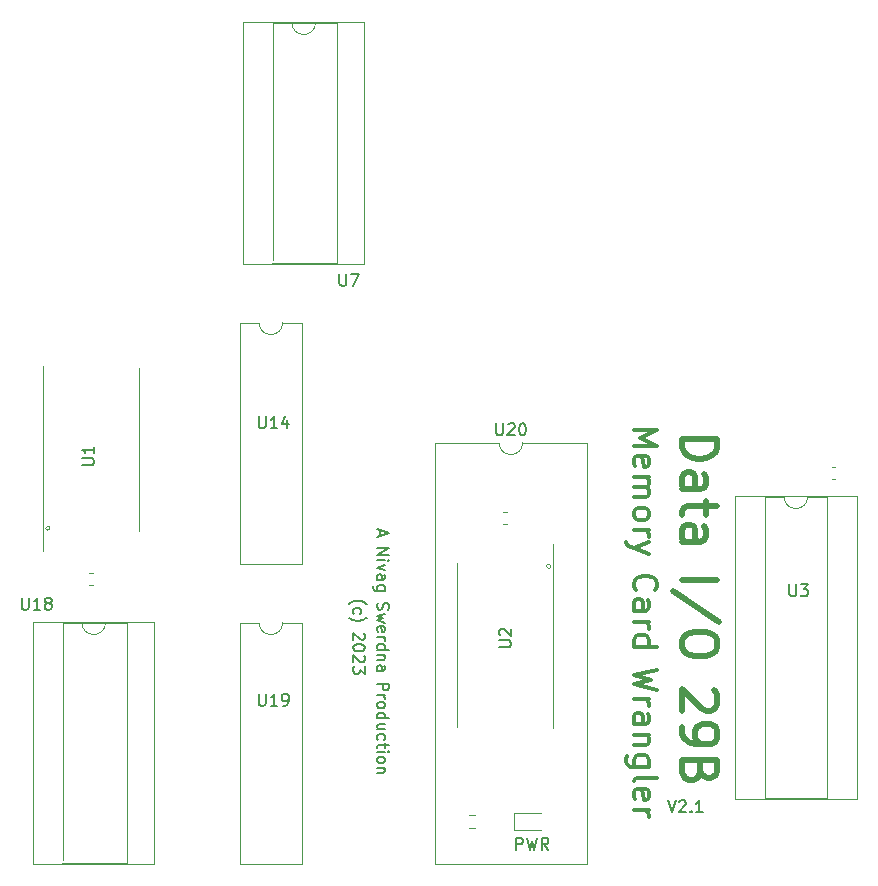
<source format=gbr>
%TF.GenerationSoftware,KiCad,Pcbnew,(7.0.0)*%
%TF.CreationDate,2023-08-04T18:21:46+01:00*%
%TF.ProjectId,DataIOROM,44617461-494f-4524-9f4d-2e6b69636164,rev?*%
%TF.SameCoordinates,Original*%
%TF.FileFunction,Legend,Top*%
%TF.FilePolarity,Positive*%
%FSLAX46Y46*%
G04 Gerber Fmt 4.6, Leading zero omitted, Abs format (unit mm)*
G04 Created by KiCad (PCBNEW (7.0.0)) date 2023-08-04 18:21:46*
%MOMM*%
%LPD*%
G01*
G04 APERTURE LIST*
%ADD10C,0.200000*%
%ADD11C,0.300000*%
%ADD12C,0.500000*%
%ADD13C,0.150000*%
%ADD14C,0.120000*%
%ADD15C,0.100000*%
G04 APERTURE END LIST*
D10*
X173863191Y-120906380D02*
X174196524Y-121906380D01*
X174196524Y-121906380D02*
X174529857Y-120906380D01*
X174815572Y-121001619D02*
X174863191Y-120954000D01*
X174863191Y-120954000D02*
X174958429Y-120906380D01*
X174958429Y-120906380D02*
X175196524Y-120906380D01*
X175196524Y-120906380D02*
X175291762Y-120954000D01*
X175291762Y-120954000D02*
X175339381Y-121001619D01*
X175339381Y-121001619D02*
X175387000Y-121096857D01*
X175387000Y-121096857D02*
X175387000Y-121192095D01*
X175387000Y-121192095D02*
X175339381Y-121334952D01*
X175339381Y-121334952D02*
X174767953Y-121906380D01*
X174767953Y-121906380D02*
X175387000Y-121906380D01*
X175815572Y-121811142D02*
X175863191Y-121858761D01*
X175863191Y-121858761D02*
X175815572Y-121906380D01*
X175815572Y-121906380D02*
X175767953Y-121858761D01*
X175767953Y-121858761D02*
X175815572Y-121811142D01*
X175815572Y-121811142D02*
X175815572Y-121906380D01*
X176815571Y-121906380D02*
X176244143Y-121906380D01*
X176529857Y-121906380D02*
X176529857Y-120906380D01*
X176529857Y-120906380D02*
X176434619Y-121049238D01*
X176434619Y-121049238D02*
X176339381Y-121144476D01*
X176339381Y-121144476D02*
X176244143Y-121192095D01*
D11*
X170969238Y-89543380D02*
X172969238Y-89543380D01*
X172969238Y-89543380D02*
X171540666Y-90210047D01*
X171540666Y-90210047D02*
X172969238Y-90876713D01*
X172969238Y-90876713D02*
X170969238Y-90876713D01*
X171064476Y-92590999D02*
X170969238Y-92400523D01*
X170969238Y-92400523D02*
X170969238Y-92019570D01*
X170969238Y-92019570D02*
X171064476Y-91829094D01*
X171064476Y-91829094D02*
X171254952Y-91733856D01*
X171254952Y-91733856D02*
X172016857Y-91733856D01*
X172016857Y-91733856D02*
X172207333Y-91829094D01*
X172207333Y-91829094D02*
X172302571Y-92019570D01*
X172302571Y-92019570D02*
X172302571Y-92400523D01*
X172302571Y-92400523D02*
X172207333Y-92590999D01*
X172207333Y-92590999D02*
X172016857Y-92686237D01*
X172016857Y-92686237D02*
X171826380Y-92686237D01*
X171826380Y-92686237D02*
X171635904Y-91733856D01*
X170969238Y-93543380D02*
X172302571Y-93543380D01*
X172112095Y-93543380D02*
X172207333Y-93638618D01*
X172207333Y-93638618D02*
X172302571Y-93829094D01*
X172302571Y-93829094D02*
X172302571Y-94114809D01*
X172302571Y-94114809D02*
X172207333Y-94305285D01*
X172207333Y-94305285D02*
X172016857Y-94400523D01*
X172016857Y-94400523D02*
X170969238Y-94400523D01*
X172016857Y-94400523D02*
X172207333Y-94495761D01*
X172207333Y-94495761D02*
X172302571Y-94686237D01*
X172302571Y-94686237D02*
X172302571Y-94971951D01*
X172302571Y-94971951D02*
X172207333Y-95162428D01*
X172207333Y-95162428D02*
X172016857Y-95257666D01*
X172016857Y-95257666D02*
X170969238Y-95257666D01*
X170969238Y-96495761D02*
X171064476Y-96305285D01*
X171064476Y-96305285D02*
X171159714Y-96210047D01*
X171159714Y-96210047D02*
X171350190Y-96114809D01*
X171350190Y-96114809D02*
X171921619Y-96114809D01*
X171921619Y-96114809D02*
X172112095Y-96210047D01*
X172112095Y-96210047D02*
X172207333Y-96305285D01*
X172207333Y-96305285D02*
X172302571Y-96495761D01*
X172302571Y-96495761D02*
X172302571Y-96781476D01*
X172302571Y-96781476D02*
X172207333Y-96971952D01*
X172207333Y-96971952D02*
X172112095Y-97067190D01*
X172112095Y-97067190D02*
X171921619Y-97162428D01*
X171921619Y-97162428D02*
X171350190Y-97162428D01*
X171350190Y-97162428D02*
X171159714Y-97067190D01*
X171159714Y-97067190D02*
X171064476Y-96971952D01*
X171064476Y-96971952D02*
X170969238Y-96781476D01*
X170969238Y-96781476D02*
X170969238Y-96495761D01*
X170969238Y-98019571D02*
X172302571Y-98019571D01*
X171921619Y-98019571D02*
X172112095Y-98114809D01*
X172112095Y-98114809D02*
X172207333Y-98210047D01*
X172207333Y-98210047D02*
X172302571Y-98400523D01*
X172302571Y-98400523D02*
X172302571Y-98591000D01*
X172302571Y-99067190D02*
X170969238Y-99543380D01*
X172302571Y-100019571D02*
X170969238Y-99543380D01*
X170969238Y-99543380D02*
X170493047Y-99352904D01*
X170493047Y-99352904D02*
X170397809Y-99257666D01*
X170397809Y-99257666D02*
X170302571Y-99067190D01*
X171159714Y-103124333D02*
X171064476Y-103029095D01*
X171064476Y-103029095D02*
X170969238Y-102743381D01*
X170969238Y-102743381D02*
X170969238Y-102552905D01*
X170969238Y-102552905D02*
X171064476Y-102267190D01*
X171064476Y-102267190D02*
X171254952Y-102076714D01*
X171254952Y-102076714D02*
X171445428Y-101981476D01*
X171445428Y-101981476D02*
X171826380Y-101886238D01*
X171826380Y-101886238D02*
X172112095Y-101886238D01*
X172112095Y-101886238D02*
X172493047Y-101981476D01*
X172493047Y-101981476D02*
X172683523Y-102076714D01*
X172683523Y-102076714D02*
X172874000Y-102267190D01*
X172874000Y-102267190D02*
X172969238Y-102552905D01*
X172969238Y-102552905D02*
X172969238Y-102743381D01*
X172969238Y-102743381D02*
X172874000Y-103029095D01*
X172874000Y-103029095D02*
X172778761Y-103124333D01*
X170969238Y-104838619D02*
X172016857Y-104838619D01*
X172016857Y-104838619D02*
X172207333Y-104743381D01*
X172207333Y-104743381D02*
X172302571Y-104552905D01*
X172302571Y-104552905D02*
X172302571Y-104171952D01*
X172302571Y-104171952D02*
X172207333Y-103981476D01*
X171064476Y-104838619D02*
X170969238Y-104648143D01*
X170969238Y-104648143D02*
X170969238Y-104171952D01*
X170969238Y-104171952D02*
X171064476Y-103981476D01*
X171064476Y-103981476D02*
X171254952Y-103886238D01*
X171254952Y-103886238D02*
X171445428Y-103886238D01*
X171445428Y-103886238D02*
X171635904Y-103981476D01*
X171635904Y-103981476D02*
X171731142Y-104171952D01*
X171731142Y-104171952D02*
X171731142Y-104648143D01*
X171731142Y-104648143D02*
X171826380Y-104838619D01*
X170969238Y-105791000D02*
X172302571Y-105791000D01*
X171921619Y-105791000D02*
X172112095Y-105886238D01*
X172112095Y-105886238D02*
X172207333Y-105981476D01*
X172207333Y-105981476D02*
X172302571Y-106171952D01*
X172302571Y-106171952D02*
X172302571Y-106362429D01*
X170969238Y-107886238D02*
X172969238Y-107886238D01*
X171064476Y-107886238D02*
X170969238Y-107695762D01*
X170969238Y-107695762D02*
X170969238Y-107314809D01*
X170969238Y-107314809D02*
X171064476Y-107124333D01*
X171064476Y-107124333D02*
X171159714Y-107029095D01*
X171159714Y-107029095D02*
X171350190Y-106933857D01*
X171350190Y-106933857D02*
X171921619Y-106933857D01*
X171921619Y-106933857D02*
X172112095Y-107029095D01*
X172112095Y-107029095D02*
X172207333Y-107124333D01*
X172207333Y-107124333D02*
X172302571Y-107314809D01*
X172302571Y-107314809D02*
X172302571Y-107695762D01*
X172302571Y-107695762D02*
X172207333Y-107886238D01*
X172969238Y-109848143D02*
X170969238Y-110324333D01*
X170969238Y-110324333D02*
X172397809Y-110705286D01*
X172397809Y-110705286D02*
X170969238Y-111086238D01*
X170969238Y-111086238D02*
X172969238Y-111562429D01*
X170969238Y-112324333D02*
X172302571Y-112324333D01*
X171921619Y-112324333D02*
X172112095Y-112419571D01*
X172112095Y-112419571D02*
X172207333Y-112514809D01*
X172207333Y-112514809D02*
X172302571Y-112705285D01*
X172302571Y-112705285D02*
X172302571Y-112895762D01*
X170969238Y-114419571D02*
X172016857Y-114419571D01*
X172016857Y-114419571D02*
X172207333Y-114324333D01*
X172207333Y-114324333D02*
X172302571Y-114133857D01*
X172302571Y-114133857D02*
X172302571Y-113752904D01*
X172302571Y-113752904D02*
X172207333Y-113562428D01*
X171064476Y-114419571D02*
X170969238Y-114229095D01*
X170969238Y-114229095D02*
X170969238Y-113752904D01*
X170969238Y-113752904D02*
X171064476Y-113562428D01*
X171064476Y-113562428D02*
X171254952Y-113467190D01*
X171254952Y-113467190D02*
X171445428Y-113467190D01*
X171445428Y-113467190D02*
X171635904Y-113562428D01*
X171635904Y-113562428D02*
X171731142Y-113752904D01*
X171731142Y-113752904D02*
X171731142Y-114229095D01*
X171731142Y-114229095D02*
X171826380Y-114419571D01*
X172302571Y-115371952D02*
X170969238Y-115371952D01*
X172112095Y-115371952D02*
X172207333Y-115467190D01*
X172207333Y-115467190D02*
X172302571Y-115657666D01*
X172302571Y-115657666D02*
X172302571Y-115943381D01*
X172302571Y-115943381D02*
X172207333Y-116133857D01*
X172207333Y-116133857D02*
X172016857Y-116229095D01*
X172016857Y-116229095D02*
X170969238Y-116229095D01*
X172302571Y-118038619D02*
X170683523Y-118038619D01*
X170683523Y-118038619D02*
X170493047Y-117943381D01*
X170493047Y-117943381D02*
X170397809Y-117848143D01*
X170397809Y-117848143D02*
X170302571Y-117657666D01*
X170302571Y-117657666D02*
X170302571Y-117371952D01*
X170302571Y-117371952D02*
X170397809Y-117181476D01*
X171064476Y-118038619D02*
X170969238Y-117848143D01*
X170969238Y-117848143D02*
X170969238Y-117467190D01*
X170969238Y-117467190D02*
X171064476Y-117276714D01*
X171064476Y-117276714D02*
X171159714Y-117181476D01*
X171159714Y-117181476D02*
X171350190Y-117086238D01*
X171350190Y-117086238D02*
X171921619Y-117086238D01*
X171921619Y-117086238D02*
X172112095Y-117181476D01*
X172112095Y-117181476D02*
X172207333Y-117276714D01*
X172207333Y-117276714D02*
X172302571Y-117467190D01*
X172302571Y-117467190D02*
X172302571Y-117848143D01*
X172302571Y-117848143D02*
X172207333Y-118038619D01*
X170969238Y-119276714D02*
X171064476Y-119086238D01*
X171064476Y-119086238D02*
X171254952Y-118991000D01*
X171254952Y-118991000D02*
X172969238Y-118991000D01*
X171064476Y-120800524D02*
X170969238Y-120610048D01*
X170969238Y-120610048D02*
X170969238Y-120229095D01*
X170969238Y-120229095D02*
X171064476Y-120038619D01*
X171064476Y-120038619D02*
X171254952Y-119943381D01*
X171254952Y-119943381D02*
X172016857Y-119943381D01*
X172016857Y-119943381D02*
X172207333Y-120038619D01*
X172207333Y-120038619D02*
X172302571Y-120229095D01*
X172302571Y-120229095D02*
X172302571Y-120610048D01*
X172302571Y-120610048D02*
X172207333Y-120800524D01*
X172207333Y-120800524D02*
X172016857Y-120895762D01*
X172016857Y-120895762D02*
X171826380Y-120895762D01*
X171826380Y-120895762D02*
X171635904Y-119943381D01*
X170969238Y-121752905D02*
X172302571Y-121752905D01*
X171921619Y-121752905D02*
X172112095Y-121848143D01*
X172112095Y-121848143D02*
X172207333Y-121943381D01*
X172207333Y-121943381D02*
X172302571Y-122133857D01*
X172302571Y-122133857D02*
X172302571Y-122324334D01*
D12*
X175046857Y-90276571D02*
X178046857Y-90276571D01*
X178046857Y-90276571D02*
X178046857Y-90990857D01*
X178046857Y-90990857D02*
X177904000Y-91419428D01*
X177904000Y-91419428D02*
X177618285Y-91705143D01*
X177618285Y-91705143D02*
X177332571Y-91848000D01*
X177332571Y-91848000D02*
X176761142Y-91990857D01*
X176761142Y-91990857D02*
X176332571Y-91990857D01*
X176332571Y-91990857D02*
X175761142Y-91848000D01*
X175761142Y-91848000D02*
X175475428Y-91705143D01*
X175475428Y-91705143D02*
X175189714Y-91419428D01*
X175189714Y-91419428D02*
X175046857Y-90990857D01*
X175046857Y-90990857D02*
X175046857Y-90276571D01*
X175046857Y-94562286D02*
X176618285Y-94562286D01*
X176618285Y-94562286D02*
X176904000Y-94419428D01*
X176904000Y-94419428D02*
X177046857Y-94133714D01*
X177046857Y-94133714D02*
X177046857Y-93562286D01*
X177046857Y-93562286D02*
X176904000Y-93276571D01*
X175189714Y-94562286D02*
X175046857Y-94276571D01*
X175046857Y-94276571D02*
X175046857Y-93562286D01*
X175046857Y-93562286D02*
X175189714Y-93276571D01*
X175189714Y-93276571D02*
X175475428Y-93133714D01*
X175475428Y-93133714D02*
X175761142Y-93133714D01*
X175761142Y-93133714D02*
X176046857Y-93276571D01*
X176046857Y-93276571D02*
X176189714Y-93562286D01*
X176189714Y-93562286D02*
X176189714Y-94276571D01*
X176189714Y-94276571D02*
X176332571Y-94562286D01*
X177046857Y-95562286D02*
X177046857Y-96705143D01*
X178046857Y-95990857D02*
X175475428Y-95990857D01*
X175475428Y-95990857D02*
X175189714Y-96133714D01*
X175189714Y-96133714D02*
X175046857Y-96419429D01*
X175046857Y-96419429D02*
X175046857Y-96705143D01*
X175046857Y-98990858D02*
X176618285Y-98990858D01*
X176618285Y-98990858D02*
X176904000Y-98848000D01*
X176904000Y-98848000D02*
X177046857Y-98562286D01*
X177046857Y-98562286D02*
X177046857Y-97990858D01*
X177046857Y-97990858D02*
X176904000Y-97705143D01*
X175189714Y-98990858D02*
X175046857Y-98705143D01*
X175046857Y-98705143D02*
X175046857Y-97990858D01*
X175046857Y-97990858D02*
X175189714Y-97705143D01*
X175189714Y-97705143D02*
X175475428Y-97562286D01*
X175475428Y-97562286D02*
X175761142Y-97562286D01*
X175761142Y-97562286D02*
X176046857Y-97705143D01*
X176046857Y-97705143D02*
X176189714Y-97990858D01*
X176189714Y-97990858D02*
X176189714Y-98705143D01*
X176189714Y-98705143D02*
X176332571Y-98990858D01*
X175046857Y-102219429D02*
X178046857Y-102219429D01*
X178189714Y-105790857D02*
X174332571Y-103219429D01*
X178046857Y-107362286D02*
X178046857Y-107933714D01*
X178046857Y-107933714D02*
X177904000Y-108219429D01*
X177904000Y-108219429D02*
X177618285Y-108505143D01*
X177618285Y-108505143D02*
X177046857Y-108648000D01*
X177046857Y-108648000D02*
X176046857Y-108648000D01*
X176046857Y-108648000D02*
X175475428Y-108505143D01*
X175475428Y-108505143D02*
X175189714Y-108219429D01*
X175189714Y-108219429D02*
X175046857Y-107933714D01*
X175046857Y-107933714D02*
X175046857Y-107362286D01*
X175046857Y-107362286D02*
X175189714Y-107076572D01*
X175189714Y-107076572D02*
X175475428Y-106790857D01*
X175475428Y-106790857D02*
X176046857Y-106648000D01*
X176046857Y-106648000D02*
X177046857Y-106648000D01*
X177046857Y-106648000D02*
X177618285Y-106790857D01*
X177618285Y-106790857D02*
X177904000Y-107076572D01*
X177904000Y-107076572D02*
X178046857Y-107362286D01*
X177761142Y-111590857D02*
X177904000Y-111733714D01*
X177904000Y-111733714D02*
X178046857Y-112019429D01*
X178046857Y-112019429D02*
X178046857Y-112733714D01*
X178046857Y-112733714D02*
X177904000Y-113019429D01*
X177904000Y-113019429D02*
X177761142Y-113162286D01*
X177761142Y-113162286D02*
X177475428Y-113305143D01*
X177475428Y-113305143D02*
X177189714Y-113305143D01*
X177189714Y-113305143D02*
X176761142Y-113162286D01*
X176761142Y-113162286D02*
X175046857Y-111448000D01*
X175046857Y-111448000D02*
X175046857Y-113305143D01*
X175046857Y-114733714D02*
X175046857Y-115305143D01*
X175046857Y-115305143D02*
X175189714Y-115590857D01*
X175189714Y-115590857D02*
X175332571Y-115733714D01*
X175332571Y-115733714D02*
X175761142Y-116019429D01*
X175761142Y-116019429D02*
X176332571Y-116162286D01*
X176332571Y-116162286D02*
X177475428Y-116162286D01*
X177475428Y-116162286D02*
X177761142Y-116019429D01*
X177761142Y-116019429D02*
X177904000Y-115876572D01*
X177904000Y-115876572D02*
X178046857Y-115590857D01*
X178046857Y-115590857D02*
X178046857Y-115019429D01*
X178046857Y-115019429D02*
X177904000Y-114733714D01*
X177904000Y-114733714D02*
X177761142Y-114590857D01*
X177761142Y-114590857D02*
X177475428Y-114448000D01*
X177475428Y-114448000D02*
X176761142Y-114448000D01*
X176761142Y-114448000D02*
X176475428Y-114590857D01*
X176475428Y-114590857D02*
X176332571Y-114733714D01*
X176332571Y-114733714D02*
X176189714Y-115019429D01*
X176189714Y-115019429D02*
X176189714Y-115590857D01*
X176189714Y-115590857D02*
X176332571Y-115876572D01*
X176332571Y-115876572D02*
X176475428Y-116019429D01*
X176475428Y-116019429D02*
X176761142Y-116162286D01*
X176618285Y-118448000D02*
X176475428Y-118876572D01*
X176475428Y-118876572D02*
X176332571Y-119019429D01*
X176332571Y-119019429D02*
X176046857Y-119162286D01*
X176046857Y-119162286D02*
X175618285Y-119162286D01*
X175618285Y-119162286D02*
X175332571Y-119019429D01*
X175332571Y-119019429D02*
X175189714Y-118876572D01*
X175189714Y-118876572D02*
X175046857Y-118590857D01*
X175046857Y-118590857D02*
X175046857Y-117448000D01*
X175046857Y-117448000D02*
X178046857Y-117448000D01*
X178046857Y-117448000D02*
X178046857Y-118448000D01*
X178046857Y-118448000D02*
X177904000Y-118733715D01*
X177904000Y-118733715D02*
X177761142Y-118876572D01*
X177761142Y-118876572D02*
X177475428Y-119019429D01*
X177475428Y-119019429D02*
X177189714Y-119019429D01*
X177189714Y-119019429D02*
X176904000Y-118876572D01*
X176904000Y-118876572D02*
X176761142Y-118733715D01*
X176761142Y-118733715D02*
X176618285Y-118448000D01*
X176618285Y-118448000D02*
X176618285Y-117448000D01*
D10*
X149524333Y-98026237D02*
X149524333Y-98502427D01*
X149238619Y-97930999D02*
X150238619Y-98264332D01*
X150238619Y-98264332D02*
X149238619Y-98597665D01*
X149238619Y-99530999D02*
X150238619Y-99530999D01*
X150238619Y-99530999D02*
X149238619Y-100102427D01*
X149238619Y-100102427D02*
X150238619Y-100102427D01*
X149238619Y-100578618D02*
X149905285Y-100578618D01*
X150238619Y-100578618D02*
X150191000Y-100530999D01*
X150191000Y-100530999D02*
X150143380Y-100578618D01*
X150143380Y-100578618D02*
X150191000Y-100626237D01*
X150191000Y-100626237D02*
X150238619Y-100578618D01*
X150238619Y-100578618D02*
X150143380Y-100578618D01*
X149905285Y-100959570D02*
X149238619Y-101197665D01*
X149238619Y-101197665D02*
X149905285Y-101435760D01*
X149238619Y-102245284D02*
X149762428Y-102245284D01*
X149762428Y-102245284D02*
X149857666Y-102197665D01*
X149857666Y-102197665D02*
X149905285Y-102102427D01*
X149905285Y-102102427D02*
X149905285Y-101911951D01*
X149905285Y-101911951D02*
X149857666Y-101816713D01*
X149286238Y-102245284D02*
X149238619Y-102150046D01*
X149238619Y-102150046D02*
X149238619Y-101911951D01*
X149238619Y-101911951D02*
X149286238Y-101816713D01*
X149286238Y-101816713D02*
X149381476Y-101769094D01*
X149381476Y-101769094D02*
X149476714Y-101769094D01*
X149476714Y-101769094D02*
X149571952Y-101816713D01*
X149571952Y-101816713D02*
X149619571Y-101911951D01*
X149619571Y-101911951D02*
X149619571Y-102150046D01*
X149619571Y-102150046D02*
X149667190Y-102245284D01*
X149905285Y-103150046D02*
X149095761Y-103150046D01*
X149095761Y-103150046D02*
X149000523Y-103102427D01*
X149000523Y-103102427D02*
X148952904Y-103054808D01*
X148952904Y-103054808D02*
X148905285Y-102959570D01*
X148905285Y-102959570D02*
X148905285Y-102816713D01*
X148905285Y-102816713D02*
X148952904Y-102721475D01*
X149286238Y-103150046D02*
X149238619Y-103054808D01*
X149238619Y-103054808D02*
X149238619Y-102864332D01*
X149238619Y-102864332D02*
X149286238Y-102769094D01*
X149286238Y-102769094D02*
X149333857Y-102721475D01*
X149333857Y-102721475D02*
X149429095Y-102673856D01*
X149429095Y-102673856D02*
X149714809Y-102673856D01*
X149714809Y-102673856D02*
X149810047Y-102721475D01*
X149810047Y-102721475D02*
X149857666Y-102769094D01*
X149857666Y-102769094D02*
X149905285Y-102864332D01*
X149905285Y-102864332D02*
X149905285Y-103054808D01*
X149905285Y-103054808D02*
X149857666Y-103150046D01*
X149286238Y-104178618D02*
X149238619Y-104321475D01*
X149238619Y-104321475D02*
X149238619Y-104559570D01*
X149238619Y-104559570D02*
X149286238Y-104654808D01*
X149286238Y-104654808D02*
X149333857Y-104702427D01*
X149333857Y-104702427D02*
X149429095Y-104750046D01*
X149429095Y-104750046D02*
X149524333Y-104750046D01*
X149524333Y-104750046D02*
X149619571Y-104702427D01*
X149619571Y-104702427D02*
X149667190Y-104654808D01*
X149667190Y-104654808D02*
X149714809Y-104559570D01*
X149714809Y-104559570D02*
X149762428Y-104369094D01*
X149762428Y-104369094D02*
X149810047Y-104273856D01*
X149810047Y-104273856D02*
X149857666Y-104226237D01*
X149857666Y-104226237D02*
X149952904Y-104178618D01*
X149952904Y-104178618D02*
X150048142Y-104178618D01*
X150048142Y-104178618D02*
X150143380Y-104226237D01*
X150143380Y-104226237D02*
X150191000Y-104273856D01*
X150191000Y-104273856D02*
X150238619Y-104369094D01*
X150238619Y-104369094D02*
X150238619Y-104607189D01*
X150238619Y-104607189D02*
X150191000Y-104750046D01*
X149905285Y-105083380D02*
X149238619Y-105273856D01*
X149238619Y-105273856D02*
X149714809Y-105464332D01*
X149714809Y-105464332D02*
X149238619Y-105654808D01*
X149238619Y-105654808D02*
X149905285Y-105845284D01*
X149286238Y-106607189D02*
X149238619Y-106511951D01*
X149238619Y-106511951D02*
X149238619Y-106321475D01*
X149238619Y-106321475D02*
X149286238Y-106226237D01*
X149286238Y-106226237D02*
X149381476Y-106178618D01*
X149381476Y-106178618D02*
X149762428Y-106178618D01*
X149762428Y-106178618D02*
X149857666Y-106226237D01*
X149857666Y-106226237D02*
X149905285Y-106321475D01*
X149905285Y-106321475D02*
X149905285Y-106511951D01*
X149905285Y-106511951D02*
X149857666Y-106607189D01*
X149857666Y-106607189D02*
X149762428Y-106654808D01*
X149762428Y-106654808D02*
X149667190Y-106654808D01*
X149667190Y-106654808D02*
X149571952Y-106178618D01*
X149238619Y-107083380D02*
X149905285Y-107083380D01*
X149714809Y-107083380D02*
X149810047Y-107130999D01*
X149810047Y-107130999D02*
X149857666Y-107178618D01*
X149857666Y-107178618D02*
X149905285Y-107273856D01*
X149905285Y-107273856D02*
X149905285Y-107369094D01*
X149238619Y-108130999D02*
X150238619Y-108130999D01*
X149286238Y-108130999D02*
X149238619Y-108035761D01*
X149238619Y-108035761D02*
X149238619Y-107845285D01*
X149238619Y-107845285D02*
X149286238Y-107750047D01*
X149286238Y-107750047D02*
X149333857Y-107702428D01*
X149333857Y-107702428D02*
X149429095Y-107654809D01*
X149429095Y-107654809D02*
X149714809Y-107654809D01*
X149714809Y-107654809D02*
X149810047Y-107702428D01*
X149810047Y-107702428D02*
X149857666Y-107750047D01*
X149857666Y-107750047D02*
X149905285Y-107845285D01*
X149905285Y-107845285D02*
X149905285Y-108035761D01*
X149905285Y-108035761D02*
X149857666Y-108130999D01*
X149905285Y-108607190D02*
X149238619Y-108607190D01*
X149810047Y-108607190D02*
X149857666Y-108654809D01*
X149857666Y-108654809D02*
X149905285Y-108750047D01*
X149905285Y-108750047D02*
X149905285Y-108892904D01*
X149905285Y-108892904D02*
X149857666Y-108988142D01*
X149857666Y-108988142D02*
X149762428Y-109035761D01*
X149762428Y-109035761D02*
X149238619Y-109035761D01*
X149238619Y-109940523D02*
X149762428Y-109940523D01*
X149762428Y-109940523D02*
X149857666Y-109892904D01*
X149857666Y-109892904D02*
X149905285Y-109797666D01*
X149905285Y-109797666D02*
X149905285Y-109607190D01*
X149905285Y-109607190D02*
X149857666Y-109511952D01*
X149286238Y-109940523D02*
X149238619Y-109845285D01*
X149238619Y-109845285D02*
X149238619Y-109607190D01*
X149238619Y-109607190D02*
X149286238Y-109511952D01*
X149286238Y-109511952D02*
X149381476Y-109464333D01*
X149381476Y-109464333D02*
X149476714Y-109464333D01*
X149476714Y-109464333D02*
X149571952Y-109511952D01*
X149571952Y-109511952D02*
X149619571Y-109607190D01*
X149619571Y-109607190D02*
X149619571Y-109845285D01*
X149619571Y-109845285D02*
X149667190Y-109940523D01*
X149238619Y-111016714D02*
X150238619Y-111016714D01*
X150238619Y-111016714D02*
X150238619Y-111397666D01*
X150238619Y-111397666D02*
X150191000Y-111492904D01*
X150191000Y-111492904D02*
X150143380Y-111540523D01*
X150143380Y-111540523D02*
X150048142Y-111588142D01*
X150048142Y-111588142D02*
X149905285Y-111588142D01*
X149905285Y-111588142D02*
X149810047Y-111540523D01*
X149810047Y-111540523D02*
X149762428Y-111492904D01*
X149762428Y-111492904D02*
X149714809Y-111397666D01*
X149714809Y-111397666D02*
X149714809Y-111016714D01*
X149238619Y-112016714D02*
X149905285Y-112016714D01*
X149714809Y-112016714D02*
X149810047Y-112064333D01*
X149810047Y-112064333D02*
X149857666Y-112111952D01*
X149857666Y-112111952D02*
X149905285Y-112207190D01*
X149905285Y-112207190D02*
X149905285Y-112302428D01*
X149238619Y-112778619D02*
X149286238Y-112683381D01*
X149286238Y-112683381D02*
X149333857Y-112635762D01*
X149333857Y-112635762D02*
X149429095Y-112588143D01*
X149429095Y-112588143D02*
X149714809Y-112588143D01*
X149714809Y-112588143D02*
X149810047Y-112635762D01*
X149810047Y-112635762D02*
X149857666Y-112683381D01*
X149857666Y-112683381D02*
X149905285Y-112778619D01*
X149905285Y-112778619D02*
X149905285Y-112921476D01*
X149905285Y-112921476D02*
X149857666Y-113016714D01*
X149857666Y-113016714D02*
X149810047Y-113064333D01*
X149810047Y-113064333D02*
X149714809Y-113111952D01*
X149714809Y-113111952D02*
X149429095Y-113111952D01*
X149429095Y-113111952D02*
X149333857Y-113064333D01*
X149333857Y-113064333D02*
X149286238Y-113016714D01*
X149286238Y-113016714D02*
X149238619Y-112921476D01*
X149238619Y-112921476D02*
X149238619Y-112778619D01*
X149238619Y-113969095D02*
X150238619Y-113969095D01*
X149286238Y-113969095D02*
X149238619Y-113873857D01*
X149238619Y-113873857D02*
X149238619Y-113683381D01*
X149238619Y-113683381D02*
X149286238Y-113588143D01*
X149286238Y-113588143D02*
X149333857Y-113540524D01*
X149333857Y-113540524D02*
X149429095Y-113492905D01*
X149429095Y-113492905D02*
X149714809Y-113492905D01*
X149714809Y-113492905D02*
X149810047Y-113540524D01*
X149810047Y-113540524D02*
X149857666Y-113588143D01*
X149857666Y-113588143D02*
X149905285Y-113683381D01*
X149905285Y-113683381D02*
X149905285Y-113873857D01*
X149905285Y-113873857D02*
X149857666Y-113969095D01*
X149905285Y-114873857D02*
X149238619Y-114873857D01*
X149905285Y-114445286D02*
X149381476Y-114445286D01*
X149381476Y-114445286D02*
X149286238Y-114492905D01*
X149286238Y-114492905D02*
X149238619Y-114588143D01*
X149238619Y-114588143D02*
X149238619Y-114731000D01*
X149238619Y-114731000D02*
X149286238Y-114826238D01*
X149286238Y-114826238D02*
X149333857Y-114873857D01*
X149286238Y-115778619D02*
X149238619Y-115683381D01*
X149238619Y-115683381D02*
X149238619Y-115492905D01*
X149238619Y-115492905D02*
X149286238Y-115397667D01*
X149286238Y-115397667D02*
X149333857Y-115350048D01*
X149333857Y-115350048D02*
X149429095Y-115302429D01*
X149429095Y-115302429D02*
X149714809Y-115302429D01*
X149714809Y-115302429D02*
X149810047Y-115350048D01*
X149810047Y-115350048D02*
X149857666Y-115397667D01*
X149857666Y-115397667D02*
X149905285Y-115492905D01*
X149905285Y-115492905D02*
X149905285Y-115683381D01*
X149905285Y-115683381D02*
X149857666Y-115778619D01*
X149905285Y-116064334D02*
X149905285Y-116445286D01*
X150238619Y-116207191D02*
X149381476Y-116207191D01*
X149381476Y-116207191D02*
X149286238Y-116254810D01*
X149286238Y-116254810D02*
X149238619Y-116350048D01*
X149238619Y-116350048D02*
X149238619Y-116445286D01*
X149238619Y-116778620D02*
X149905285Y-116778620D01*
X150238619Y-116778620D02*
X150191000Y-116731001D01*
X150191000Y-116731001D02*
X150143380Y-116778620D01*
X150143380Y-116778620D02*
X150191000Y-116826239D01*
X150191000Y-116826239D02*
X150238619Y-116778620D01*
X150238619Y-116778620D02*
X150143380Y-116778620D01*
X149238619Y-117397667D02*
X149286238Y-117302429D01*
X149286238Y-117302429D02*
X149333857Y-117254810D01*
X149333857Y-117254810D02*
X149429095Y-117207191D01*
X149429095Y-117207191D02*
X149714809Y-117207191D01*
X149714809Y-117207191D02*
X149810047Y-117254810D01*
X149810047Y-117254810D02*
X149857666Y-117302429D01*
X149857666Y-117302429D02*
X149905285Y-117397667D01*
X149905285Y-117397667D02*
X149905285Y-117540524D01*
X149905285Y-117540524D02*
X149857666Y-117635762D01*
X149857666Y-117635762D02*
X149810047Y-117683381D01*
X149810047Y-117683381D02*
X149714809Y-117731000D01*
X149714809Y-117731000D02*
X149429095Y-117731000D01*
X149429095Y-117731000D02*
X149333857Y-117683381D01*
X149333857Y-117683381D02*
X149286238Y-117635762D01*
X149286238Y-117635762D02*
X149238619Y-117540524D01*
X149238619Y-117540524D02*
X149238619Y-117397667D01*
X149905285Y-118159572D02*
X149238619Y-118159572D01*
X149810047Y-118159572D02*
X149857666Y-118207191D01*
X149857666Y-118207191D02*
X149905285Y-118302429D01*
X149905285Y-118302429D02*
X149905285Y-118445286D01*
X149905285Y-118445286D02*
X149857666Y-118540524D01*
X149857666Y-118540524D02*
X149762428Y-118588143D01*
X149762428Y-118588143D02*
X149238619Y-118588143D01*
X146825666Y-104284809D02*
X146873285Y-104237190D01*
X146873285Y-104237190D02*
X147016142Y-104141952D01*
X147016142Y-104141952D02*
X147111380Y-104094333D01*
X147111380Y-104094333D02*
X147254238Y-104046714D01*
X147254238Y-104046714D02*
X147492333Y-103999095D01*
X147492333Y-103999095D02*
X147682809Y-103999095D01*
X147682809Y-103999095D02*
X147920904Y-104046714D01*
X147920904Y-104046714D02*
X148063761Y-104094333D01*
X148063761Y-104094333D02*
X148159000Y-104141952D01*
X148159000Y-104141952D02*
X148301857Y-104237190D01*
X148301857Y-104237190D02*
X148349476Y-104284809D01*
X147254238Y-105094333D02*
X147206619Y-104999095D01*
X147206619Y-104999095D02*
X147206619Y-104808619D01*
X147206619Y-104808619D02*
X147254238Y-104713381D01*
X147254238Y-104713381D02*
X147301857Y-104665762D01*
X147301857Y-104665762D02*
X147397095Y-104618143D01*
X147397095Y-104618143D02*
X147682809Y-104618143D01*
X147682809Y-104618143D02*
X147778047Y-104665762D01*
X147778047Y-104665762D02*
X147825666Y-104713381D01*
X147825666Y-104713381D02*
X147873285Y-104808619D01*
X147873285Y-104808619D02*
X147873285Y-104999095D01*
X147873285Y-104999095D02*
X147825666Y-105094333D01*
X146825666Y-105427667D02*
X146873285Y-105475286D01*
X146873285Y-105475286D02*
X147016142Y-105570524D01*
X147016142Y-105570524D02*
X147111380Y-105618143D01*
X147111380Y-105618143D02*
X147254238Y-105665762D01*
X147254238Y-105665762D02*
X147492333Y-105713381D01*
X147492333Y-105713381D02*
X147682809Y-105713381D01*
X147682809Y-105713381D02*
X147920904Y-105665762D01*
X147920904Y-105665762D02*
X148063761Y-105618143D01*
X148063761Y-105618143D02*
X148159000Y-105570524D01*
X148159000Y-105570524D02*
X148301857Y-105475286D01*
X148301857Y-105475286D02*
X148349476Y-105427667D01*
X148111380Y-106741953D02*
X148159000Y-106789572D01*
X148159000Y-106789572D02*
X148206619Y-106884810D01*
X148206619Y-106884810D02*
X148206619Y-107122905D01*
X148206619Y-107122905D02*
X148159000Y-107218143D01*
X148159000Y-107218143D02*
X148111380Y-107265762D01*
X148111380Y-107265762D02*
X148016142Y-107313381D01*
X148016142Y-107313381D02*
X147920904Y-107313381D01*
X147920904Y-107313381D02*
X147778047Y-107265762D01*
X147778047Y-107265762D02*
X147206619Y-106694334D01*
X147206619Y-106694334D02*
X147206619Y-107313381D01*
X148206619Y-107932429D02*
X148206619Y-108027667D01*
X148206619Y-108027667D02*
X148159000Y-108122905D01*
X148159000Y-108122905D02*
X148111380Y-108170524D01*
X148111380Y-108170524D02*
X148016142Y-108218143D01*
X148016142Y-108218143D02*
X147825666Y-108265762D01*
X147825666Y-108265762D02*
X147587571Y-108265762D01*
X147587571Y-108265762D02*
X147397095Y-108218143D01*
X147397095Y-108218143D02*
X147301857Y-108170524D01*
X147301857Y-108170524D02*
X147254238Y-108122905D01*
X147254238Y-108122905D02*
X147206619Y-108027667D01*
X147206619Y-108027667D02*
X147206619Y-107932429D01*
X147206619Y-107932429D02*
X147254238Y-107837191D01*
X147254238Y-107837191D02*
X147301857Y-107789572D01*
X147301857Y-107789572D02*
X147397095Y-107741953D01*
X147397095Y-107741953D02*
X147587571Y-107694334D01*
X147587571Y-107694334D02*
X147825666Y-107694334D01*
X147825666Y-107694334D02*
X148016142Y-107741953D01*
X148016142Y-107741953D02*
X148111380Y-107789572D01*
X148111380Y-107789572D02*
X148159000Y-107837191D01*
X148159000Y-107837191D02*
X148206619Y-107932429D01*
X148111380Y-108646715D02*
X148159000Y-108694334D01*
X148159000Y-108694334D02*
X148206619Y-108789572D01*
X148206619Y-108789572D02*
X148206619Y-109027667D01*
X148206619Y-109027667D02*
X148159000Y-109122905D01*
X148159000Y-109122905D02*
X148111380Y-109170524D01*
X148111380Y-109170524D02*
X148016142Y-109218143D01*
X148016142Y-109218143D02*
X147920904Y-109218143D01*
X147920904Y-109218143D02*
X147778047Y-109170524D01*
X147778047Y-109170524D02*
X147206619Y-108599096D01*
X147206619Y-108599096D02*
X147206619Y-109218143D01*
X148206619Y-109551477D02*
X148206619Y-110170524D01*
X148206619Y-110170524D02*
X147825666Y-109837191D01*
X147825666Y-109837191D02*
X147825666Y-109980048D01*
X147825666Y-109980048D02*
X147778047Y-110075286D01*
X147778047Y-110075286D02*
X147730428Y-110122905D01*
X147730428Y-110122905D02*
X147635190Y-110170524D01*
X147635190Y-110170524D02*
X147397095Y-110170524D01*
X147397095Y-110170524D02*
X147301857Y-110122905D01*
X147301857Y-110122905D02*
X147254238Y-110075286D01*
X147254238Y-110075286D02*
X147206619Y-109980048D01*
X147206619Y-109980048D02*
X147206619Y-109694334D01*
X147206619Y-109694334D02*
X147254238Y-109599096D01*
X147254238Y-109599096D02*
X147301857Y-109551477D01*
D13*
%TO.C,U18*%
X119157905Y-103761380D02*
X119157905Y-104570904D01*
X119157905Y-104570904D02*
X119205524Y-104666142D01*
X119205524Y-104666142D02*
X119253143Y-104713761D01*
X119253143Y-104713761D02*
X119348381Y-104761380D01*
X119348381Y-104761380D02*
X119538857Y-104761380D01*
X119538857Y-104761380D02*
X119634095Y-104713761D01*
X119634095Y-104713761D02*
X119681714Y-104666142D01*
X119681714Y-104666142D02*
X119729333Y-104570904D01*
X119729333Y-104570904D02*
X119729333Y-103761380D01*
X120729333Y-104761380D02*
X120157905Y-104761380D01*
X120443619Y-104761380D02*
X120443619Y-103761380D01*
X120443619Y-103761380D02*
X120348381Y-103904238D01*
X120348381Y-103904238D02*
X120253143Y-103999476D01*
X120253143Y-103999476D02*
X120157905Y-104047095D01*
X121300762Y-104189952D02*
X121205524Y-104142333D01*
X121205524Y-104142333D02*
X121157905Y-104094714D01*
X121157905Y-104094714D02*
X121110286Y-103999476D01*
X121110286Y-103999476D02*
X121110286Y-103951857D01*
X121110286Y-103951857D02*
X121157905Y-103856619D01*
X121157905Y-103856619D02*
X121205524Y-103809000D01*
X121205524Y-103809000D02*
X121300762Y-103761380D01*
X121300762Y-103761380D02*
X121491238Y-103761380D01*
X121491238Y-103761380D02*
X121586476Y-103809000D01*
X121586476Y-103809000D02*
X121634095Y-103856619D01*
X121634095Y-103856619D02*
X121681714Y-103951857D01*
X121681714Y-103951857D02*
X121681714Y-103999476D01*
X121681714Y-103999476D02*
X121634095Y-104094714D01*
X121634095Y-104094714D02*
X121586476Y-104142333D01*
X121586476Y-104142333D02*
X121491238Y-104189952D01*
X121491238Y-104189952D02*
X121300762Y-104189952D01*
X121300762Y-104189952D02*
X121205524Y-104237571D01*
X121205524Y-104237571D02*
X121157905Y-104285190D01*
X121157905Y-104285190D02*
X121110286Y-104380428D01*
X121110286Y-104380428D02*
X121110286Y-104570904D01*
X121110286Y-104570904D02*
X121157905Y-104666142D01*
X121157905Y-104666142D02*
X121205524Y-104713761D01*
X121205524Y-104713761D02*
X121300762Y-104761380D01*
X121300762Y-104761380D02*
X121491238Y-104761380D01*
X121491238Y-104761380D02*
X121586476Y-104713761D01*
X121586476Y-104713761D02*
X121634095Y-104666142D01*
X121634095Y-104666142D02*
X121681714Y-104570904D01*
X121681714Y-104570904D02*
X121681714Y-104380428D01*
X121681714Y-104380428D02*
X121634095Y-104285190D01*
X121634095Y-104285190D02*
X121586476Y-104237571D01*
X121586476Y-104237571D02*
X121491238Y-104189952D01*
%TO.C,U7*%
X146050095Y-76329380D02*
X146050095Y-77138904D01*
X146050095Y-77138904D02*
X146097714Y-77234142D01*
X146097714Y-77234142D02*
X146145333Y-77281761D01*
X146145333Y-77281761D02*
X146240571Y-77329380D01*
X146240571Y-77329380D02*
X146431047Y-77329380D01*
X146431047Y-77329380D02*
X146526285Y-77281761D01*
X146526285Y-77281761D02*
X146573904Y-77234142D01*
X146573904Y-77234142D02*
X146621523Y-77138904D01*
X146621523Y-77138904D02*
X146621523Y-76329380D01*
X147002476Y-76329380D02*
X147669142Y-76329380D01*
X147669142Y-76329380D02*
X147240571Y-77329380D01*
%TO.C,U14*%
X139223905Y-88394380D02*
X139223905Y-89203904D01*
X139223905Y-89203904D02*
X139271524Y-89299142D01*
X139271524Y-89299142D02*
X139319143Y-89346761D01*
X139319143Y-89346761D02*
X139414381Y-89394380D01*
X139414381Y-89394380D02*
X139604857Y-89394380D01*
X139604857Y-89394380D02*
X139700095Y-89346761D01*
X139700095Y-89346761D02*
X139747714Y-89299142D01*
X139747714Y-89299142D02*
X139795333Y-89203904D01*
X139795333Y-89203904D02*
X139795333Y-88394380D01*
X140795333Y-89394380D02*
X140223905Y-89394380D01*
X140509619Y-89394380D02*
X140509619Y-88394380D01*
X140509619Y-88394380D02*
X140414381Y-88537238D01*
X140414381Y-88537238D02*
X140319143Y-88632476D01*
X140319143Y-88632476D02*
X140223905Y-88680095D01*
X141652476Y-88727714D02*
X141652476Y-89394380D01*
X141414381Y-88346761D02*
X141176286Y-89061047D01*
X141176286Y-89061047D02*
X141795333Y-89061047D01*
%TO.C,U19*%
X139223905Y-111889380D02*
X139223905Y-112698904D01*
X139223905Y-112698904D02*
X139271524Y-112794142D01*
X139271524Y-112794142D02*
X139319143Y-112841761D01*
X139319143Y-112841761D02*
X139414381Y-112889380D01*
X139414381Y-112889380D02*
X139604857Y-112889380D01*
X139604857Y-112889380D02*
X139700095Y-112841761D01*
X139700095Y-112841761D02*
X139747714Y-112794142D01*
X139747714Y-112794142D02*
X139795333Y-112698904D01*
X139795333Y-112698904D02*
X139795333Y-111889380D01*
X140795333Y-112889380D02*
X140223905Y-112889380D01*
X140509619Y-112889380D02*
X140509619Y-111889380D01*
X140509619Y-111889380D02*
X140414381Y-112032238D01*
X140414381Y-112032238D02*
X140319143Y-112127476D01*
X140319143Y-112127476D02*
X140223905Y-112175095D01*
X141271524Y-112889380D02*
X141462000Y-112889380D01*
X141462000Y-112889380D02*
X141557238Y-112841761D01*
X141557238Y-112841761D02*
X141604857Y-112794142D01*
X141604857Y-112794142D02*
X141700095Y-112651285D01*
X141700095Y-112651285D02*
X141747714Y-112460809D01*
X141747714Y-112460809D02*
X141747714Y-112079857D01*
X141747714Y-112079857D02*
X141700095Y-111984619D01*
X141700095Y-111984619D02*
X141652476Y-111937000D01*
X141652476Y-111937000D02*
X141557238Y-111889380D01*
X141557238Y-111889380D02*
X141366762Y-111889380D01*
X141366762Y-111889380D02*
X141271524Y-111937000D01*
X141271524Y-111937000D02*
X141223905Y-111984619D01*
X141223905Y-111984619D02*
X141176286Y-112079857D01*
X141176286Y-112079857D02*
X141176286Y-112317952D01*
X141176286Y-112317952D02*
X141223905Y-112413190D01*
X141223905Y-112413190D02*
X141271524Y-112460809D01*
X141271524Y-112460809D02*
X141366762Y-112508428D01*
X141366762Y-112508428D02*
X141557238Y-112508428D01*
X141557238Y-112508428D02*
X141652476Y-112460809D01*
X141652476Y-112460809D02*
X141700095Y-112413190D01*
X141700095Y-112413190D02*
X141747714Y-112317952D01*
%TO.C,U1*%
X124263880Y-92515904D02*
X125073404Y-92515904D01*
X125073404Y-92515904D02*
X125168642Y-92468285D01*
X125168642Y-92468285D02*
X125216261Y-92420666D01*
X125216261Y-92420666D02*
X125263880Y-92325428D01*
X125263880Y-92325428D02*
X125263880Y-92134952D01*
X125263880Y-92134952D02*
X125216261Y-92039714D01*
X125216261Y-92039714D02*
X125168642Y-91992095D01*
X125168642Y-91992095D02*
X125073404Y-91944476D01*
X125073404Y-91944476D02*
X124263880Y-91944476D01*
X125263880Y-90944476D02*
X125263880Y-91515904D01*
X125263880Y-91230190D02*
X124263880Y-91230190D01*
X124263880Y-91230190D02*
X124406738Y-91325428D01*
X124406738Y-91325428D02*
X124501976Y-91420666D01*
X124501976Y-91420666D02*
X124549595Y-91515904D01*
%TO.C,U20*%
X159327705Y-88985380D02*
X159327705Y-89794904D01*
X159327705Y-89794904D02*
X159375324Y-89890142D01*
X159375324Y-89890142D02*
X159422943Y-89937761D01*
X159422943Y-89937761D02*
X159518181Y-89985380D01*
X159518181Y-89985380D02*
X159708657Y-89985380D01*
X159708657Y-89985380D02*
X159803895Y-89937761D01*
X159803895Y-89937761D02*
X159851514Y-89890142D01*
X159851514Y-89890142D02*
X159899133Y-89794904D01*
X159899133Y-89794904D02*
X159899133Y-88985380D01*
X160327705Y-89080619D02*
X160375324Y-89033000D01*
X160375324Y-89033000D02*
X160470562Y-88985380D01*
X160470562Y-88985380D02*
X160708657Y-88985380D01*
X160708657Y-88985380D02*
X160803895Y-89033000D01*
X160803895Y-89033000D02*
X160851514Y-89080619D01*
X160851514Y-89080619D02*
X160899133Y-89175857D01*
X160899133Y-89175857D02*
X160899133Y-89271095D01*
X160899133Y-89271095D02*
X160851514Y-89413952D01*
X160851514Y-89413952D02*
X160280086Y-89985380D01*
X160280086Y-89985380D02*
X160899133Y-89985380D01*
X161518181Y-88985380D02*
X161613419Y-88985380D01*
X161613419Y-88985380D02*
X161708657Y-89033000D01*
X161708657Y-89033000D02*
X161756276Y-89080619D01*
X161756276Y-89080619D02*
X161803895Y-89175857D01*
X161803895Y-89175857D02*
X161851514Y-89366333D01*
X161851514Y-89366333D02*
X161851514Y-89604428D01*
X161851514Y-89604428D02*
X161803895Y-89794904D01*
X161803895Y-89794904D02*
X161756276Y-89890142D01*
X161756276Y-89890142D02*
X161708657Y-89937761D01*
X161708657Y-89937761D02*
X161613419Y-89985380D01*
X161613419Y-89985380D02*
X161518181Y-89985380D01*
X161518181Y-89985380D02*
X161422943Y-89937761D01*
X161422943Y-89937761D02*
X161375324Y-89890142D01*
X161375324Y-89890142D02*
X161327705Y-89794904D01*
X161327705Y-89794904D02*
X161280086Y-89604428D01*
X161280086Y-89604428D02*
X161280086Y-89366333D01*
X161280086Y-89366333D02*
X161327705Y-89175857D01*
X161327705Y-89175857D02*
X161375324Y-89080619D01*
X161375324Y-89080619D02*
X161422943Y-89033000D01*
X161422943Y-89033000D02*
X161518181Y-88985380D01*
%TO.C,U3*%
X184150095Y-102618380D02*
X184150095Y-103427904D01*
X184150095Y-103427904D02*
X184197714Y-103523142D01*
X184197714Y-103523142D02*
X184245333Y-103570761D01*
X184245333Y-103570761D02*
X184340571Y-103618380D01*
X184340571Y-103618380D02*
X184531047Y-103618380D01*
X184531047Y-103618380D02*
X184626285Y-103570761D01*
X184626285Y-103570761D02*
X184673904Y-103523142D01*
X184673904Y-103523142D02*
X184721523Y-103427904D01*
X184721523Y-103427904D02*
X184721523Y-102618380D01*
X185102476Y-102618380D02*
X185721523Y-102618380D01*
X185721523Y-102618380D02*
X185388190Y-102999333D01*
X185388190Y-102999333D02*
X185531047Y-102999333D01*
X185531047Y-102999333D02*
X185626285Y-103046952D01*
X185626285Y-103046952D02*
X185673904Y-103094571D01*
X185673904Y-103094571D02*
X185721523Y-103189809D01*
X185721523Y-103189809D02*
X185721523Y-103427904D01*
X185721523Y-103427904D02*
X185673904Y-103523142D01*
X185673904Y-103523142D02*
X185626285Y-103570761D01*
X185626285Y-103570761D02*
X185531047Y-103618380D01*
X185531047Y-103618380D02*
X185245333Y-103618380D01*
X185245333Y-103618380D02*
X185150095Y-103570761D01*
X185150095Y-103570761D02*
X185102476Y-103523142D01*
%TO.C,U2*%
X159570180Y-107939904D02*
X160379704Y-107939904D01*
X160379704Y-107939904D02*
X160474942Y-107892285D01*
X160474942Y-107892285D02*
X160522561Y-107844666D01*
X160522561Y-107844666D02*
X160570180Y-107749428D01*
X160570180Y-107749428D02*
X160570180Y-107558952D01*
X160570180Y-107558952D02*
X160522561Y-107463714D01*
X160522561Y-107463714D02*
X160474942Y-107416095D01*
X160474942Y-107416095D02*
X160379704Y-107368476D01*
X160379704Y-107368476D02*
X159570180Y-107368476D01*
X159665419Y-106939904D02*
X159617800Y-106892285D01*
X159617800Y-106892285D02*
X159570180Y-106797047D01*
X159570180Y-106797047D02*
X159570180Y-106558952D01*
X159570180Y-106558952D02*
X159617800Y-106463714D01*
X159617800Y-106463714D02*
X159665419Y-106416095D01*
X159665419Y-106416095D02*
X159760657Y-106368476D01*
X159760657Y-106368476D02*
X159855895Y-106368476D01*
X159855895Y-106368476D02*
X159998752Y-106416095D01*
X159998752Y-106416095D02*
X160570180Y-106987523D01*
X160570180Y-106987523D02*
X160570180Y-106368476D01*
%TO.C,D1*%
X161023467Y-125081380D02*
X161023467Y-124081380D01*
X161023467Y-124081380D02*
X161404419Y-124081380D01*
X161404419Y-124081380D02*
X161499657Y-124129000D01*
X161499657Y-124129000D02*
X161547276Y-124176619D01*
X161547276Y-124176619D02*
X161594895Y-124271857D01*
X161594895Y-124271857D02*
X161594895Y-124414714D01*
X161594895Y-124414714D02*
X161547276Y-124509952D01*
X161547276Y-124509952D02*
X161499657Y-124557571D01*
X161499657Y-124557571D02*
X161404419Y-124605190D01*
X161404419Y-124605190D02*
X161023467Y-124605190D01*
X161928229Y-124081380D02*
X162166324Y-125081380D01*
X162166324Y-125081380D02*
X162356800Y-124367095D01*
X162356800Y-124367095D02*
X162547276Y-125081380D01*
X162547276Y-125081380D02*
X162785372Y-124081380D01*
X163737752Y-125081380D02*
X163404419Y-124605190D01*
X163166324Y-125081380D02*
X163166324Y-124081380D01*
X163166324Y-124081380D02*
X163547276Y-124081380D01*
X163547276Y-124081380D02*
X163642514Y-124129000D01*
X163642514Y-124129000D02*
X163690133Y-124176619D01*
X163690133Y-124176619D02*
X163737752Y-124271857D01*
X163737752Y-124271857D02*
X163737752Y-124414714D01*
X163737752Y-124414714D02*
X163690133Y-124509952D01*
X163690133Y-124509952D02*
X163642514Y-124557571D01*
X163642514Y-124557571D02*
X163547276Y-124605190D01*
X163547276Y-124605190D02*
X163166324Y-124605190D01*
D14*
%TO.C,U180*%
X120139800Y-105788000D02*
X120139800Y-126288000D01*
X120149800Y-126288000D02*
X130349800Y-126288000D01*
X122549800Y-126188000D02*
X127949800Y-126188000D01*
X122609800Y-105858000D02*
X122609800Y-125974000D01*
X128069800Y-105858000D02*
X122609800Y-105858000D01*
X128069800Y-105858000D02*
X122609800Y-105858000D01*
X128069800Y-126308000D02*
X128069800Y-105858000D01*
X130339800Y-105798000D02*
X120139800Y-105788000D01*
X130339800Y-126288000D02*
X130339800Y-105798000D01*
X124249800Y-105858000D02*
G75*
G03*
X126249800Y-105858000I1000000J0D01*
G01*
%TO.C,U70*%
X137919800Y-54988000D02*
X137919800Y-75488000D01*
X137929800Y-75488000D02*
X148129800Y-75488000D01*
X140329800Y-75388000D02*
X145729800Y-75388000D01*
X140389800Y-55058000D02*
X140389800Y-75174000D01*
X145849800Y-55058000D02*
X140389800Y-55058000D01*
X145849800Y-55058000D02*
X140389800Y-55058000D01*
X145849800Y-75508000D02*
X145849800Y-55058000D01*
X148119800Y-54998000D02*
X137919800Y-54988000D01*
X148119800Y-75488000D02*
X148119800Y-54998000D01*
X142029800Y-55058000D02*
G75*
G03*
X144029800Y-55058000I1000000J0D01*
G01*
%TO.C,U14*%
X137595800Y-80458000D02*
X137595800Y-100898000D01*
X137595800Y-100898000D02*
X142895800Y-100898000D01*
X139245800Y-80458000D02*
X137595800Y-80458000D01*
X142895800Y-80458000D02*
X141245800Y-80458000D01*
X142895800Y-100898000D02*
X142895800Y-80458000D01*
X139245800Y-80458000D02*
G75*
G03*
X141245800Y-80458000I1000000J0D01*
G01*
%TO.C,C3*%
X124882920Y-101658000D02*
X125164080Y-101658000D01*
X124882920Y-102678000D02*
X125164080Y-102678000D01*
%TO.C,U19*%
X137595800Y-105858000D02*
X137595800Y-126298000D01*
X137595800Y-126298000D02*
X142895800Y-126298000D01*
X139245800Y-105858000D02*
X137595800Y-105858000D01*
X142895800Y-105858000D02*
X141245800Y-105858000D01*
X142895800Y-126298000D02*
X142895800Y-105858000D01*
X139245800Y-105858000D02*
G75*
G03*
X141245800Y-105858000I1000000J0D01*
G01*
%TO.C,R1*%
X157514058Y-123204500D02*
X157039542Y-123204500D01*
X157514058Y-122159500D02*
X157039542Y-122159500D01*
%TO.C,U1*%
X129087500Y-98104000D02*
X129087500Y-84261000D01*
D15*
X120959500Y-84134000D02*
X120959500Y-99755000D01*
D14*
X121520105Y-97850000D02*
G75*
G03*
X121520105Y-97850000I-179605J0D01*
G01*
%TO.C,U20*%
X154105800Y-90618000D02*
X154105800Y-126298000D01*
X154105800Y-126298000D02*
X167025800Y-126298000D01*
X159565800Y-90618000D02*
X154105800Y-90618000D01*
X167025800Y-90618000D02*
X161565800Y-90618000D01*
X167025800Y-126298000D02*
X167025800Y-90618000D01*
X159565800Y-90618000D02*
G75*
G03*
X161565800Y-90618000I1000000J0D01*
G01*
%TO.C,U3*%
X179555800Y-95130000D02*
X179555800Y-120770000D01*
X179555800Y-120770000D02*
X189835800Y-120770000D01*
X182045800Y-95190000D02*
X182045800Y-120710000D01*
X182045800Y-120710000D02*
X187345800Y-120710000D01*
X183695800Y-95190000D02*
X182045800Y-95190000D01*
X187345800Y-95190000D02*
X185695800Y-95190000D01*
X187345800Y-120710000D02*
X187345800Y-95190000D01*
X189835800Y-95130000D02*
X179555800Y-95130000D01*
X189835800Y-120770000D02*
X189835800Y-95130000D01*
X183695800Y-95190000D02*
G75*
G03*
X185695800Y-95190000I1000000J0D01*
G01*
%TO.C,C2*%
X160211380Y-97538000D02*
X159930220Y-97538000D01*
X160211380Y-96518000D02*
X159930220Y-96518000D01*
%TO.C,U2*%
X156011800Y-100828000D02*
X156011800Y-114671000D01*
D15*
X164139800Y-114798000D02*
X164139800Y-99177000D01*
D14*
X163938405Y-101082000D02*
G75*
G03*
X163938405Y-101082000I-179605J0D01*
G01*
%TO.C,C1*%
X188011380Y-93728000D02*
X187730220Y-93728000D01*
X188011380Y-92708000D02*
X187730220Y-92708000D01*
%TO.C,D1*%
X160871800Y-121947000D02*
X160871800Y-123417000D01*
X160871800Y-123417000D02*
X163156800Y-123417000D01*
X163156800Y-121947000D02*
X160871800Y-121947000D01*
%TD*%
M02*

</source>
